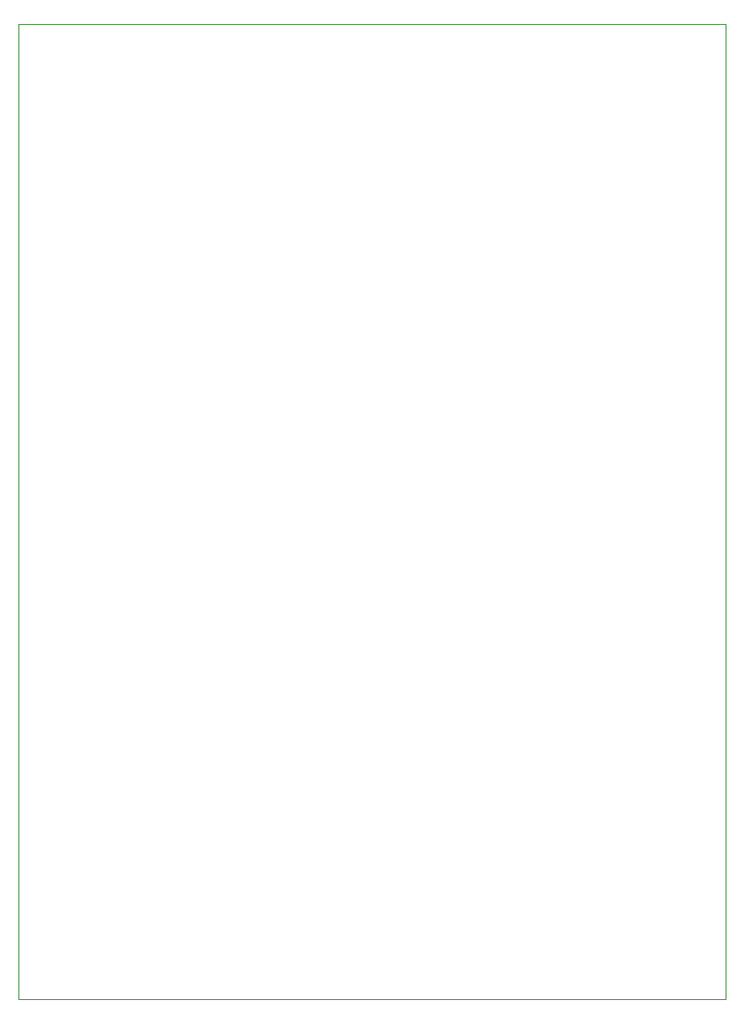
<source format=gbr>
%TF.GenerationSoftware,KiCad,Pcbnew,8.0.7*%
%TF.CreationDate,2024-12-26T20:26:29-06:00*%
%TF.ProjectId,n64_gamecat_rp2350b,6e36345f-6761-46d6-9563-61745f727032,rev?*%
%TF.SameCoordinates,Original*%
%TF.FileFunction,Profile,NP*%
%FSLAX46Y46*%
G04 Gerber Fmt 4.6, Leading zero omitted, Abs format (unit mm)*
G04 Created by KiCad (PCBNEW 8.0.7) date 2024-12-26 20:26:29*
%MOMM*%
%LPD*%
G01*
G04 APERTURE LIST*
%TA.AperFunction,Profile*%
%ADD10C,0.050000*%
%TD*%
G04 APERTURE END LIST*
D10*
X101500000Y-55000000D02*
X166500000Y-55000000D01*
X166500000Y-144500000D01*
X101500000Y-144500000D01*
X101500000Y-55000000D01*
M02*

</source>
